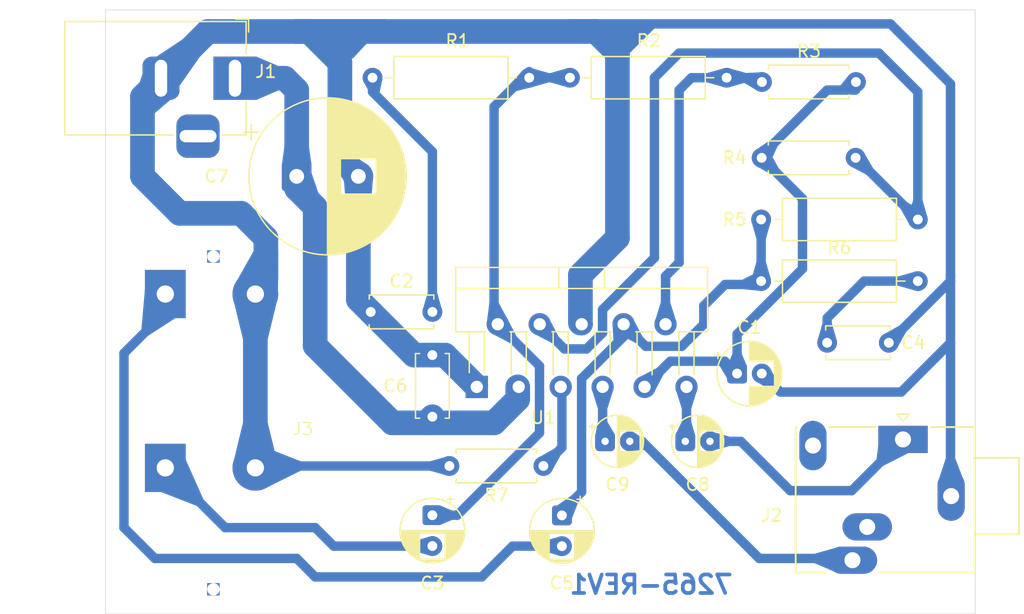
<source format=kicad_pcb>
(kicad_pcb (version 20241229) (generator "pcbnew") (generator_version "9.0")
  (layers (0 "F.Cu" signal) (2 "B.Cu" signal) (13 "F.Paste" user) (15 "B.Paste" user) (5 "F.SilkS" user "F.Silkscreen") (7 "B.SilkS" user "B.Silkscreen") (1 "F.Mask" user) (3 "B.Mask" user) (25 "Edge.Cuts" user))
  (net 0 "")
  (net 1 "GNDA")
  (net 2 "GND")
  (net 3 "Net-(C2-Pad1)")
  (net 4 "/OUTL-")
  (net 5 "OUTL")
  (net 6 "Net-(C4-Pad1)")
  (net 7 "OUTR")
  (net 8 "/INR-")
  (net 9 "VCC")
  (net 10 "Net-(C8-Pad2)")
  (net 11 "INL")
  (net 12 "Net-(C9-Pad2)")
  (net 13 "INR")
  (net 16 "/INL-")
  (net 17 "/OUTR+")
  (net 18 "/MUTE")
  (footprint "Resistor_THT:R_Axial_DIN0207_L6.3mm_D2.5mm_P7.62mm_Horizontal" (layer "F.Cu") (at 144 106.5 180)
    (property "Reference" "R7" (at 3.81 -2.37 0) (layer "F.SilkS"))
    (property "Value" "10K")
    (pad "1" thru_hole circle (at 0 0 180) (size 1.6 1.6) (drill 0.8) (layers "*.Cu" "*.Mask") (net 18 "/MUTE"))
    (pad "2" thru_hole circle (at 7.62 0 180) (size 1.6 1.6) (drill 0.8) (layers "*.Cu" "*.Mask") (net 2 "GND"))
  )
  (footprint "Connector_BarrelJack:BarrelJack_Horizontal" (layer "F.Cu") (at 119 75.0425)
    (property "Reference" "J1" (at 2.5 -0.5425 0) (layer "F.SilkS"))
    (property "Value" "DC Jack")
    (pad "1" thru_hole rect (at 0 0) (size 3.5 3.5) (drill oval 1 3) (layers "*.Cu" "*.Mask") (net 9 "VCC"))
    (pad "2" thru_hole roundrect (at -6 0) (size 3 3.5) (drill oval 1 3) (layers "*.Cu" "*.Mask") (net 2 "GND"))
    (pad "3" thru_hole roundrect (at -3 4.7) (size 3.5 3.5) (drill oval 3 1) (layers "*.Cu" "*.Mask"))
  )
  (footprint "Capacitor_THT:C_Disc_D5.0mm_W2.5mm_P5.00mm" (layer "F.Cu") (at 167 96.5)
    (property "Reference" "C4" (at 7 0 0) (layer "F.SilkS"))
    (property "Value" "100nF")
    (pad "1" thru_hole circle (at 0 0) (size 1.6 1.6) (drill 0.8) (layers "*.Cu" "*.Mask") (net 6 "Net-(C4-Pad1)"))
    (pad "2" thru_hole circle (at 5 0) (size 1.6 1.6) (drill 0.8) (layers "*.Cu" "*.Mask") (net 2 "GND"))
  )
  (footprint "Resistor_THT:R_Axial_DIN0309_L9.0mm_D3.2mm_P12.70mm_Horizontal" (layer "F.Cu") (at 174.35 86.5 180)
    (property "Reference" "R5" (at 14.85 0 180) (layer "F.SilkS"))
    (property "Value" "30K")
    (pad "1" thru_hole circle (at 0 0 180) (size 1.6 1.6) (drill 0.8) (layers "*.Cu" "*.Mask") (net 17 "/OUTR+"))
    (pad "2" thru_hole circle (at 12.7 0 180) (size 1.6 1.6) (drill 0.8) (layers "*.Cu" "*.Mask") (net 8 "/INR-"))
  )
  (footprint "Capacitor_THT:C_Disc_D5.0mm_W2.5mm_P5.00mm" (layer "F.Cu") (at 135 102.5 90)
    (property "Reference" "C6" (at 2.5 -3 180) (layer "F.SilkS"))
    (property "Value" "100nF")
    (pad "1" thru_hole circle (at 0 0 90) (size 1.6 1.6) (drill 0.8) (layers "*.Cu" "*.Mask") (net 9 "VCC"))
    (pad "2" thru_hole circle (at 5 0 90) (size 1.6 1.6) (drill 0.8) (layers "*.Cu" "*.Mask") (net 2 "GND"))
  )
  (footprint "Resistor_THT:R_Axial_DIN0207_L6.3mm_D2.5mm_P7.62mm_Horizontal" (layer "F.Cu") (at 161.713636 75.346978)
    (property "Reference" "R3" (at 3.81 -2.5 0) (layer "F.SilkS"))
    (property "Value" "1K")
    (pad "1" thru_hole circle (at 0 0) (size 1.6 1.6) (drill 0.8) (layers "*.Cu" "*.Mask") (net 16 "/INL-"))
    (pad "2" thru_hole circle (at 7.62 0) (size 1.6 1.6) (drill 0.8) (layers "*.Cu" "*.Mask") (net 1 "GNDA"))
  )
  (footprint "Resistor_THT:R_Axial_DIN0207_L6.3mm_D2.5mm_P7.62mm_Horizontal" (layer "F.Cu") (at 169.31 81.5 180)
    (property "Reference" "R4" (at 9.81 0 0) (layer "F.SilkS"))
    (property "Value" "1K")
    (pad "1" thru_hole circle (at 0 0 180) (size 1.6 1.6) (drill 0.8) (layers "*.Cu" "*.Mask") (net 17 "/OUTR+"))
    (pad "2" thru_hole circle (at 7.62 0 180) (size 1.6 1.6) (drill 0.8) (layers "*.Cu" "*.Mask") (net 1 "GNDA"))
  )
  (footprint "Capacitor_THT:CP_Radial_D4.0mm_P2.00mm" (layer "F.Cu") (at 155.5 104.5)
    (property "Reference" "C8" (at 1 3.5 0) (layer "F.SilkS"))
    (property "Value" "2.2uF")
    (pad "1" thru_hole roundrect (at 0 0) (size 1.6 1.6) (drill 0.6) (layers "*.Cu" "*.Mask") (roundrect_rratio 0.208333) (net 11 "INL"))
    (pad "2" thru_hole circle (at 2 0) (size 1.6 1.6) (drill 0.6) (layers "*.Cu" "*.Mask") (net 10 "Net-(C8-Pad2)"))
  )
  (footprint "Package_TO_SOT_THT:TO-220-11_P3.4x5.08mm_StaggerOdd_Lead4.58mm_Vertical" (layer "F.Cu") (at 138.6 100.08)
    (property "Reference" "U1" (at 5.4 2.496293 0) (layer "F.SilkS"))
    (property "Value" "TDA7265")
    (pad "1" thru_hole rect (at 0 0) (size 1.8 1.8) (drill 1) (layers "*.Cu" "*.Mask") (net 2 "GND"))
    (pad "2" thru_hole circle (at 1.7 -5.08) (size 1.8 1.8) (drill 1) (layers "*.Cu" "*.Mask") (net 4 "/OUTL-"))
    (pad "3" thru_hole circle (at 3.4 0) (size 1.8 1.8) (drill 1) (layers "*.Cu" "*.Mask") (net 9 "VCC"))
    (pad "4" thru_hole circle (at 5.1 -5.08) (size 1.8 1.8) (drill 1) (layers "*.Cu" "*.Mask") (net 17 "/OUTR+"))
    (pad "5" thru_hole circle (at 6.8 0) (size 1.8 1.8) (drill 1) (layers "*.Cu" "*.Mask") (net 18 "/MUTE"))
    (pad "6" thru_hole circle (at 8.5 -5.08) (size 1.8 1.8) (drill 1) (layers "*.Cu" "*.Mask") (net 2 "GND"))
    (pad "7" thru_hole circle (at 10.2 0) (size 1.8 1.8) (drill 1) (layers "*.Cu" "*.Mask") (net 13 "INR"))
    (pad "8" thru_hole circle (at 11.9 -5.08) (size 1.8 1.8) (drill 1) (layers "*.Cu" "*.Mask") (net 8 "/INR-"))
    (pad "9" thru_hole circle (at 13.6 0) (size 1.8 1.8) (drill 1) (layers "*.Cu" "*.Mask") (net 1 "GNDA"))
    (pad "10" thru_hole circle (at 15.3 -5.08) (size 1.8 1.8) (drill 1) (layers "*.Cu" "*.Mask") (net 16 "/INL-"))
    (pad "11" thru_hole circle (at 17 0) (size 1.8 1.8) (drill 1) (layers "*.Cu" "*.Mask") (net 11 "INL"))
  )
  (footprint "Capacitor_THT:CP_Radial_D5.0mm_P2.50mm" (layer "F.Cu") (at 134.999293 110.492944 -90)
    (property "Reference" "C3" (at 5.507056 -0.000707 0) (layer "F.SilkS"))
    (property "Value" "470uF")
    (pad "1" thru_hole roundrect (at 0 0 270) (size 1.6 1.6) (drill 0.8) (layers "*.Cu" "*.Mask") (roundrect_rratio 0.15625) (net 4 "/OUTL-"))
    (pad "2" thru_hole circle (at 2.5 0 270) (size 1.6 1.6) (drill 0.8) (layers "*.Cu" "*.Mask") (net 5 "OUTL"))
  )
  (footprint "ASJ-37A-5-M:ASJ-37A-5-M" (layer "F.Cu") (at 173.15 104.3425 180)
    (property "Reference" "J2" (at 10.65 -6.1575 0) (layer "F.SilkS"))
    (property "Value" "ASJ-37A-5-M")
    (pad "G" thru_hole oval (at -3.9 -4.6 180) (size 2.2 4) (drill 1.3) (layers "*.Cu" "*.Mask") (net 2 "GND"))
    (pad "S" thru_hole oval (at 4.1 -9.8 180) (size 4 2.2) (drill 1.3) (layers "*.Cu" "*.Mask") (net 12 "Net-(C9-Pad2)"))
    (pad "SN" thru_hole oval (at 2.9 -7.1 180) (size 4 2.2) (drill 1.3) (layers "*.Cu" "*.Mask"))
    (pad "T" thru_hole rect (at 0 0 180) (size 4 2.2) (drill 1.3) (layers "*.Cu" "*.Mask") (net 10 "Net-(C8-Pad2)"))
    (pad "TN" thru_hole oval (at 7.3 -0.5 270) (size 4 2.2) (drill 1.3) (layers "*.Cu" "*.Mask"))
  )
  (footprint "Capacitor_THT:CP_Radial_D4.0mm_P2.00mm" (layer "F.Cu") (at 148.999293 104.499293)
    (property "Reference" "C9" (at 1.000707 3.500707 0) (layer "F.SilkS"))
    (property "Value" "2.2uF")
    (pad "1" thru_hole roundrect (at 0 0) (size 1.6 1.6) (drill 0.6) (layers "*.Cu" "*.Mask") (roundrect_rratio 0.208333) (net 13 "INR"))
    (pad "2" thru_hole circle (at 2 0) (size 1.6 1.6) (drill 0.6) (layers "*.Cu" "*.Mask") (net 12 "Net-(C9-Pad2)"))
  )
  (footprint "Capacitor_THT:CP_Radial_D5.0mm_P2.50mm" (layer "F.Cu") (at 145.499293 110.50458 -90)
    (property "Reference" "C5" (at 5.49542 -0.000707 0) (layer "F.SilkS"))
    (property "Value" "470uF")
    (pad "1" thru_hole roundrect (at 0 0 270) (size 1.6 1.6) (drill 0.8) (layers "*.Cu" "*.Mask") (roundrect_rratio 0.15625) (net 8 "/INR-"))
    (pad "2" thru_hole circle (at 2.5 0 270) (size 1.6 1.6) (drill 0.8) (layers "*.Cu" "*.Mask") (net 7 "OUTR"))
  )
  (footprint "Capacitor_THT:CP_Radial_D5.0mm_P2.00mm" (layer "F.Cu") (at 159.7 99)
    (property "Reference" "C1" (at 1 -3.75 0) (layer "F.SilkS"))
    (property "Value" "100uF")
    (pad "1" thru_hole roundrect (at 0 0) (size 1.6 1.6) (drill 0.8) (layers "*.Cu" "*.Mask") (roundrect_rratio 0.15625) (net 1 "GNDA"))
    (pad "2" thru_hole circle (at 2 0) (size 1.6 1.6) (drill 0.8) (layers "*.Cu" "*.Mask") (net 2 "GND"))
  )
  (footprint "RCJX:RCJ-21X00" (layer "F.Cu") (at 100.5 116.5 90)
    (property "Reference" "J3" (at 13 24 0) (layer "F.SilkS") (effects (font (thickness 0.1))))
    (property "Value" "Output jack")
    (pad "" np_thru_hole rect (at 0 16.75 90) (size 1 1) (drill oval 2.4 3.3) (layers "*.Cu" "*.Mask"))
    (pad "" np_thru_hole rect (at 27 16.75 90) (size 1 1) (drill oval 2.4 3.3) (layers "*.Cu" "*.Mask"))
    (pad "1" thru_hole rect (at 23.95 12.85 90) (size 3.9 3.3) (drill 1.4) (layers "*.Cu" "*.Mask") (net 7 "OUTR"))
    (pad "2" thru_hole circle (at 23.95 20.15 90) (size 3.7 3.7) (drill 1.4) (layers "*.Cu" "*.Mask") (net 2 "GND"))
    (pad "3" thru_hole rect (at 9.85 12.85 90) (size 3.9 3.3) (drill 1.4) (layers "*.Cu" "*.Mask") (net 5 "OUTL"))
    (pad "4" thru_hole circle (at 9.85 20.15 90) (size 3.7 3.7) (drill 1.4) (layers "*.Cu" "*.Mask") (net 2 "GND"))
  )
  (footprint "Resistor_THT:R_Axial_DIN0309_L9.0mm_D3.2mm_P12.70mm_Horizontal" (layer "F.Cu") (at 142.85 75 180)
    (property "Reference" "R1" (at 5.81 3 180) (layer "F.SilkS"))
    (property "Value" "4.7R")
    (pad "1" thru_hole circle (at 0 0 180) (size 1.6 1.6) (drill 0.8) (layers "*.Cu" "*.Mask") (net 4 "/OUTL-"))
    (pad "2" thru_hole circle (at 12.7 0 180) (size 1.6 1.6) (drill 0.8) (layers "*.Cu" "*.Mask") (net 3 "Net-(C2-Pad1)"))
  )
  (footprint "Resistor_THT:R_Axial_DIN0309_L9.0mm_D3.2mm_P12.70mm_Horizontal" (layer "F.Cu") (at 161.65 91.5)
    (property "Reference" "R6" (at 6.35 -2.72 0) (layer "F.SilkS"))
    (property "Value" "4.7R")
    (pad "1" thru_hole circle (at 0 0) (size 1.6 1.6) (drill 0.8) (layers "*.Cu" "*.Mask") (net 8 "/INR-"))
    (pad "2" thru_hole circle (at 12.7 0) (size 1.6 1.6) (drill 0.8) (layers "*.Cu" "*.Mask") (net 6 "Net-(C4-Pad1)"))
  )
  (footprint "Capacitor_THT:C_Disc_D5.0mm_W2.5mm_P5.00mm" (layer "F.Cu") (at 135 94 180)
    (property "Reference" "C2" (at 2.5 2.5 0) (layer "F.SilkS"))
    (property "Value" "100nF")
    (pad "1" thru_hole circle (at 0 0 180) (size 1.6 1.6) (drill 0.8) (layers "*.Cu" "*.Mask") (net 3 "Net-(C2-Pad1)"))
    (pad "2" thru_hole circle (at 5 0 180) (size 1.6 1.6) (drill 0.8) (layers "*.Cu" "*.Mask") (net 2 "GND"))
  )
  (footprint "Resistor_THT:R_Axial_DIN0309_L9.0mm_D3.2mm_P12.70mm_Horizontal" (layer "F.Cu") (at 158.85 75 180)
    (property "Reference" "R2" (at 6.31 3 180) (layer "F.SilkS"))
    (property "Value" "30K")
    (pad "1" thru_hole circle (at 0 0 180) (size 1.6 1.6) (drill 0.8) (layers "*.Cu" "*.Mask") (net 16 "/INL-"))
    (pad "2" thru_hole circle (at 12.7 0 180) (size 1.6 1.6) (drill 0.8) (layers "*.Cu" "*.Mask") (net 4 "/OUTL-"))
  )
  (footprint "Capacitor_THT:CP_Radial_D12.5mm_P5.00mm" (layer "F.Cu") (at 124 83)
    (property "Reference" "C7" (at -6.5 0 0) (layer "F.SilkS"))
    (property "Value" "1000uF")
    (pad "1" thru_hole roundrect (at 0 0) (size 2.4 2.4) (drill 1.2) (layers "*.Cu" "*.Mask") (roundrect_rratio 0.104167) (net 9 "VCC"))
    (pad "2" thru_hole circle (at 5 0) (size 2.4 2.4) (drill 1.2) (layers "*.Cu" "*.Mask") (net 2 "GND"))
  )
  (gr_rect (start 108.5 69.5) (end 179 118.5) (stroke (width 0.05)) (fill no) (layer "Edge.Cuts"))
  (gr_text "7265-REV1" (at 159.5 117 0) (layer "B.Cu") (effects (font (size 1.5 1.5) (thickness 0.3) (bold yes)) (justify left bottom mirror)))
  (segment (start 169.31 76) (end 167 76) (width 0.762) (layer "B.Cu") (net 1))
  (segment (start 161.69 81.5) (end 165 84.81) (width 0.762) (layer "B.Cu") (net 1))
  (segment (start 154.28 98) (end 158.7 98) (width 0.762) (layer "B.Cu") (net 1))
  (segment (start 152.2 100.08) (end 154.28 98) (width 0.762) (layer "B.Cu") (net 1))
  (segment (start 158.7 98) (end 159.7 99) (width 0.762) (layer "B.Cu") (net 1))
  (segment (start 161.69 81.31) (end 161.69 81.5) (width 0.762) (layer "B.Cu") (net 1))
  (segment (start 165 90.5) (end 159.7 95.8) (width 0.762) (layer "B.Cu") (net 1))
  (segment (start 167 76) (end 161.69 81.31) (width 0.762) (layer "B.Cu") (net 1))
  (segment (start 159.7 95.8) (end 159.7 99) (width 0.762) (layer "B.Cu") (net 1))
  (segment (start 165 84.81) (end 165 90.5) (width 0.762) (layer "B.Cu") (net 1))
  (segment (start 133.5 97.5) (end 135 97.5) (width 2) (layer "B.Cu") (net 2))
  (segment (start 111.5 76.5425) (end 113 75.0425) (width 2) (layer "B.Cu") (net 2))
  (segment (start 111.5 83) (end 111.5 76.5425) (width 2) (layer "B.Cu") (net 2))
  (segment (start 177 75.5) (end 177 91) (width 0.762) (layer "B.Cu") (net 2))
  (segment (start 125.001 71.251) (end 124 71.251) (width 2) (layer "B.Cu") (net 2))
  (segment (start 173 100.5) (end 177 96.5) (width 0.762) (layer "B.Cu") (net 2))
  (segment (start 119.5 86) (end 114.5 86) (width 2) (layer "B.Cu") (net 2))
  (segment (start 127.5 81.5) (end 129 83) (width 2) (layer "B.Cu") (net 2))
  (segment (start 177 96.5) (end 177 107.9925) (width 0.762) (layer "B.Cu") (net 2))
  (segment (start 147 94.9) (end 147.1 95) (width 0.762) (layer "B.Cu") (net 2))
  (segment (start 121.5 91.3) (end 121.5 88) (width 2) (layer "B.Cu") (net 2))
  (segment (start 172.132 70.632) (end 177 75.5) (width 0.762) (layer "B.Cu") (net 2))
  (segment (start 129 83) (end 129 93) (width 2) (layer "B.Cu") (net 2))
  (segment (start 150 73) (end 150 88) (width 2) (layer "B.Cu") (net 2))
  (segment (start 172 96.5) (end 177 91.5) (width 0.762) (layer "B.Cu") (net 2))
  (segment (start 150 88) (end 147 91) (width 2) (layer "B.Cu") (net 2))
  (segment (start 129 93) (end 130 94) (width 2) (layer "B.Cu") (net 2))
  (segment (start 177 91) (end 177 96.5) (width 0.762) (layer "B.Cu") (net 2))
  (segment (start 136.02 97.5) (end 138.52 100) (width 2) (layer "B.Cu") (net 2))
  (segment (start 124 71.251) (end 125.119 71.251) (width 0.762) (layer "B.Cu") (net 2))
  (segment (start 114.5 86) (end 111.5 83) (width 2) (layer "B.Cu") (net 2))
  (segment (start 120.65 106.65) (end 120.65 92.15) (width 2) (layer "B.Cu") (net 2))
  (segment (start 147 91) (end 147 94.9) (width 2) (layer "B.Cu") (net 2))
  (segment (start 130 94) (end 133.5 97.5) (width 2) (layer "B.Cu") (net 2))
  (segment (start 148.251 71.251) (end 150 73) (width 2) (layer "B.Cu") (net 2))
  (segment (start 125.001 71.251) (end 127.5 73.75) (width 2) (layer "B.Cu") (net 2))
  (segment (start 127.5 73.75) (end 127.5 81.5) (width 2) (layer "B.Cu") (net 2))
  (segment (start 177 91.5) (end 177 91) (width 0.762) (layer "B.Cu") (net 2))
  (segment (start 146.119 70.632) (end 172.132 70.632) (width 0.762) (layer "B.Cu") (net 2))
  (segment (start 120.65 92.15) (end 121.5 91.3) (width 2) (layer "B.Cu") (net 2))
  (segment (start 120.8 106.5) (end 136.38 106.5) (width 0.762) (layer "B.Cu") (net 2))
  (segment (start 135 97.5) (end 136.02 97.5) (width 2) (layer "B.Cu") (net 2))
  (segment (start 124 71.251) (end 124.619 70.632) (width 0.762) (layer "B.Cu") (net 2))
  (segment (start 120.65 106.65) (end 120.8 106.5) (width 0.762) (layer "B.Cu") (net 2))
  (segment (start 116.7915 71.251) (end 113 75.0425) (width 2) (layer "B.Cu") (net 2))
  (segment (start 163.2 100.5) (end 173 100.5) (width 0.762) (layer "B.Cu") (net 2))
  (segment (start 124 71.251) (end 148.251 71.251) (width 2) (layer "B.Cu") (net 2))
  (segment (start 125.001 71.251) (end 116.7915 71.251) (width 2) (layer "B.Cu") (net 2))
  (segment (start 138.52 100) (end 138.6 100.08) (width 0.762) (layer "B.Cu") (net 2))
  (segment (start 161.7 99) (end 163.2 100.5) (width 0.762) (layer "B.Cu") (net 2))
  (segment (start 121.5 88) (end 119.5 86) (width 2) (layer "B.Cu") (net 2))
  (segment (start 130.15 75) (end 130.15 76.15) (width 0.762) (layer "B.Cu") (net 3))
  (segment (start 135 81) (end 135 94) (width 0.762) (layer "B.Cu") (net 3))
  (segment (start 130.15 76.15) (end 135 81) (width 0.762) (layer "B.Cu") (net 3))
  (segment (start 140.3 95) (end 143.683876 98.383876) (width 0.762) (layer "B.Cu") (net 4))
  (segment (start 143.683876 103.816124) (end 137.007056 110.492944) (width 0.762) (layer "B.Cu") (net 4))
  (segment (start 140 94.7) (end 140.3 95) (width 0.762) (layer "B.Cu") (net 4))
  (segment (start 143.683876 98.383876) (end 143.683876 103.816124) (width 0.762) (layer "B.Cu") (net 4))
  (segment (start 142.85 74.5) (end 140 77.35) (width 0.762) (layer "B.Cu") (net 4))
  (segment (start 140 77.35) (end 140 94.7) (width 0.762) (layer "B.Cu") (net 4))
  (segment (start 137.007056 110.492944) (end 134.999293 110.492944) (width 0.762) (layer "B.Cu") (net 4))
  (segment (start 142.85 75) (end 146.15 75) (width 0.762) (layer "B.Cu") (net 4))
  (segment (start 118.2 111.5) (end 113.35 106.65) (width 0.762) (layer "B.Cu") (net 5))
  (segment (start 134.999293 112.992944) (end 134.992237 113) (width 0.762) (layer "B.Cu") (net 5))
  (segment (start 113.35 106.65) (end 113.35 108.1) (width 0.762) (layer "B.Cu") (net 5))
  (segment (start 127 113) (end 125.5 111.5) (width 0.762) (layer "B.Cu") (net 5))
  (segment (start 125.5 111.5) (end 118.2 111.5) (width 0.762) (layer "B.Cu") (net 5))
  (segment (start 134.992237 113) (end 127 113) (width 0.762) (layer "B.Cu") (net 5))
  (segment (start 170 91.5) (end 167 94.5) (width 0.762) (layer "B.Cu") (net 6))
  (segment (start 167 94.5) (end 167 96.5) (width 0.762) (layer "B.Cu") (net 6))
  (segment (start 174.35 91.5) (end 170 91.5) (width 0.762) (layer "B.Cu") (net 6))
  (segment (start 145.499293 113.00458) (end 145.494713 113) (width 0.762) (layer "B.Cu") (net 7))
  (segment (start 112.5 114) (end 110 111.5) (width 0.762) (layer "B.Cu") (net 7))
  (segment (start 110 97.35) (end 113.35 94) (width 0.762) (layer "B.Cu") (net 7))
  (segment (start 124 114) (end 112.5 114) (width 0.762) (layer "B.Cu") (net 7))
  (segment (start 110 111.5) (end 110 97.35) (width 0.762) (layer "B.Cu") (net 7))
  (segment (start 125.5 115.5) (end 124 114) (width 0.762) (layer "B.Cu") (net 7))
  (segment (start 145.494713 113) (end 141.5 113) (width 0.762) (layer "B.Cu") (net 7))
  (segment (start 139 115.5) (end 125.5 115.5) (width 0.762) (layer "B.Cu") (net 7))
  (segment (start 141.5 113) (end 139 115.5) (width 0.762) (layer "B.Cu") (net 7))
  (segment (start 161.65 91.5) (end 161.65 86.5) (width 0.762) (layer "B.Cu") (net 8))
  (segment (start 150.5 95) (end 152.287259 96.787259) (width 0.762) (layer "B.Cu") (net 8))
  (segment (start 157 93.5) (end 158.728976 91.771024) (width 0.762) (layer "B.Cu") (net 8))
  (segment (start 145.499293 110.205112) (end 147.09529 108.609115) (width 0.762) (layer "B.Cu") (net 8))
  (segment (start 161.378976 91.771024) (end 161.65 91.5) (width 0.762) (layer "B.Cu") (net 8))
  (segment (start 147.09529 99.40471) (end 150.5 96) (width 0.762) (layer "B.Cu") (net 8))
  (segment (start 147.09529 108.609115) (end 147.09529 99.40471) (width 0.762) (layer "B.Cu") (net 8))
  (segment (start 152.287259 96.787259) (end 155.212741 96.787259) (width 0.762) (layer "B.Cu") (net 8))
  (segment (start 158.728976 91.771024) (end 161.378976 91.771024) (width 0.762) (layer "B.Cu") (net 8))
  (segment (start 157 95) (end 157 93.5) (width 0.762) (layer "B.Cu") (net 8))
  (segment (start 150.5 96) (end 150.5 95) (width 0.762) (layer "B.Cu") (net 8))
  (segment (start 155.212741 96.787259) (end 157 95) (width 0.762) (layer "B.Cu") (net 8))
  (segment (start 145.499293 110.50458) (end 145.499293 110.205112) (width 0.762) (layer "B.Cu") (net 8))
  (segment (start 125.5 85.5) (end 125.5 96.75) (width 2) (layer "B.Cu") (net 9))
  (segment (start 125.5 96.75) (end 131.75 103) (width 2) (layer "B.Cu") (net 9))
  (segment (start 123.0425 75.0425) (end 124 76) (width 2) (layer "B.Cu") (net 9))
  (segment (start 131.75 103) (end 134.5 103) (width 2) (layer "B.Cu") (net 9))
  (segment (start 119 75.0425) (end 123.0425 75.0425) (width 2) (layer "B.Cu") (net 9))
  (segment (start 140 103) (end 141.918 101.082) (width 2) (layer "B.Cu") (net 9))
  (segment (start 124 84) (end 125.5 85.5) (width 2) (layer "B.Cu") (net 9))
  (segment (start 134.5 103) (end 140 103) (width 2) (layer "B.Cu") (net 9))
  (segment (start 141.918 101.082) (end 141.918 100.08) (width 2) (layer "B.Cu") (net 9))
  (segment (start 142 100.08) (end 142 100.5) (width 0.762) (layer "B.Cu") (net 9))
  (segment (start 124 76) (end 124 84) (width 2) (layer "B.Cu") (net 9))
  (segment (start 134.5 103) (end 135 102.5) (width 2) (layer "B.Cu") (net 9))
  (segment (start 168.9925 108.5) (end 173.15 104.3425) (width 0.762) (layer "B.Cu") (net 10))
  (segment (start 173.5 104.6925) (end 173.15 104.3425) (width 0.762) (layer "B.Cu") (net 10))
  (segment (start 157.5 104.5) (end 160 104.5) (width 0.762) (layer "B.Cu") (net 10))
  (segment (start 160 104.5) (end 164 108.5) (width 0.762) (layer "B.Cu") (net 10))
  (segment (start 164 108.5) (end 168.9925 108.5) (width 0.762) (layer "B.Cu") (net 10))
  (segment (start 155.6 100.08) (end 155.6 104.4) (width 0.762) (layer "B.Cu") (net 11))
  (segment (start 151.999293 104.499293) (end 161.5 114) (width 0.762) (layer "B.Cu") (net 12))
  (segment (start 161.5 114) (end 168.9075 114) (width 0.762) (layer "B.Cu") (net 12))
  (segment (start 150.999293 104.499293) (end 151.999293 104.499293) (width 0.762) (layer "B.Cu") (net 12))
  (segment (start 168.9075 114) (end 169.05 114.1425) (width 0.762) (layer "B.Cu") (net 12))
  (segment (start 148.8 100.08) (end 148.8 104.3) (width 0.762) (layer "B.Cu") (net 13))
  (segment (start 156 75) (end 158.85 75) (width 0.762) (layer "B.Cu") (net 16))
  (segment (start 155 90) (end 155 76) (width 0.762) (layer "B.Cu") (net 16))
  (segment (start 153.9 95) (end 153.9 91.1) (width 0.762) (layer "B.Cu") (net 16))
  (segment (start 155 76) (end 156 75) (width 0.762) (layer "B.Cu") (net 16))
  (segment (start 161.366658 75) (end 158.85 75) (width 0.762) (layer "B.Cu") (net 16))
  (segment (start 153.9 91.1) (end 155 90) (width 0.762) (layer "B.Cu") (net 16))
  (segment (start 161.687602 75.320944) (end 161.366658 75) (width 0.762) (layer "B.Cu") (net 16))
  (segment (start 155 73) (end 171.2 73) (width 0.762) (layer "B.Cu") (net 17))
  (segment (start 143.7 95) (end 145.7 97) (width 0.762) (layer "B.Cu") (net 17))
  (segment (start 153 89.601355) (end 153 75) (width 0.762) (layer "B.Cu") (net 17))
  (segment (start 148.792251 95.707749) (end 148.792251 93.809104) (width 0.762) (layer "B.Cu") (net 17))
  (segment (start 171.2 73) (end 174.35 76.15) (width 0.762) (layer "B.Cu") (net 17))
  (segment (start 174.35 76.15) (end 174.35 86.5) (width 0.762) (layer "B.Cu") (net 17))
  (segment (start 147.5 97) (end 148.792251 95.707749) (width 0.762) (layer "B.Cu") (net 17))
  (segment (start 169.31 81.5) (end 169.35 81.5) (width 0.762) (layer "B.Cu") (net 17))
  (segment (start 153 75) (end 155 73) (width 0.762) (layer "B.Cu") (net 17))
  (segment (start 169.35 81.5) (end 174.35 86.5) (width 0.762) (layer "B.Cu") (net 17))
  (segment (start 148.792251 93.809104) (end 153 89.601355) (width 0.762) (layer "B.Cu") (net 17))
  (segment (start 145.7 97) (end 147.5 97) (width 0.762) (layer "B.Cu") (net 17))
  (segment (start 145.4 100.08) (end 145.5 100.18) (width 0.762) (layer "B.Cu") (net 18))
  (segment (start 145.5 100.18) (end 145.5 105) (width 0.762) (layer "B.Cu") (net 18))
  (segment (start 145.5 105) (end 144 106.5) (width 0.762) (layer "B.Cu") (net 18))
  (zone (net 2) (net_name "GND") (layer "B.Cu") (priority 1) (connect_pads (clearance 0.5)) (min_thickness 0.25) (fill yes (thermal_gap 0.25) (thermal_bridge_width 0.25) (island_removal_mode 1) (island_area_min 10))
    (polygon (pts (xy 147.474805 70.500126) (xy 153.5 70.50658) (xy 151 73)))
  )
  (zone (net 2) (net_name "GND") (layer "B.Cu") (connect_pads yes (clearance 0.5)) (min_thickness 0.25) (fill yes (thermal_gap 0.25) (thermal_bridge_width 0.25) (island_removal_mode 1) (island_area_min 10))
    (polygon (pts (xy 124.503633 70.251259) (xy 131.5 70.251052) (xy 128.5 73.5)))
  )
)
</source>
